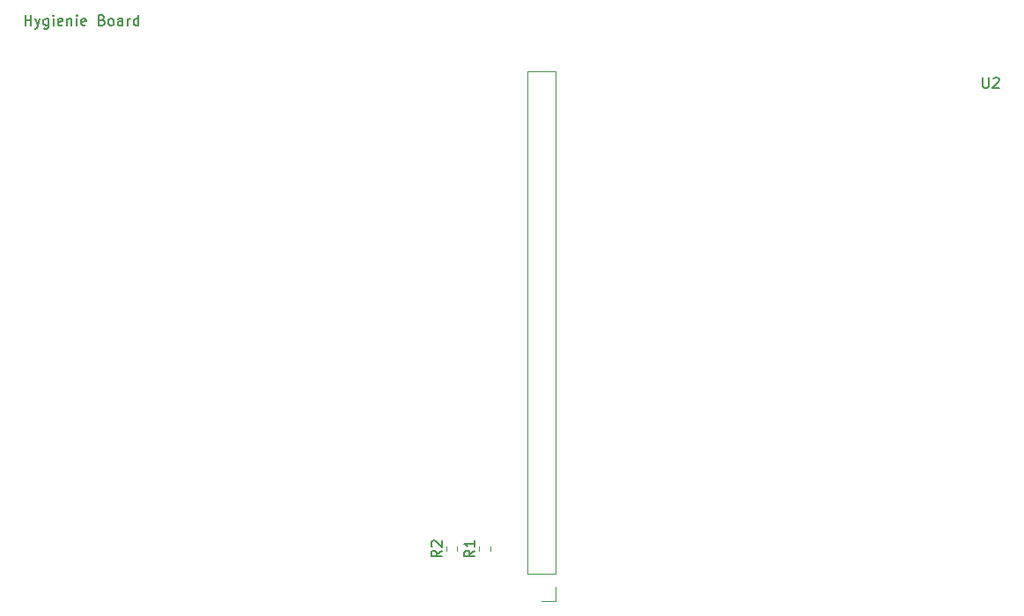
<source format=gbr>
%TF.GenerationSoftware,KiCad,Pcbnew,7.0.7*%
%TF.CreationDate,2023-09-15T15:20:15-06:00*%
%TF.ProjectId,hygienie_pcb,68796769-656e-4696-955f-7063622e6b69,rev?*%
%TF.SameCoordinates,Original*%
%TF.FileFunction,Legend,Top*%
%TF.FilePolarity,Positive*%
%FSLAX46Y46*%
G04 Gerber Fmt 4.6, Leading zero omitted, Abs format (unit mm)*
G04 Created by KiCad (PCBNEW 7.0.7) date 2023-09-15 15:20:15*
%MOMM*%
%LPD*%
G01*
G04 APERTURE LIST*
%ADD10C,0.150000*%
%ADD11C,0.120000*%
G04 APERTURE END LIST*
D10*
X81536779Y-75369819D02*
X81536779Y-74369819D01*
X81536779Y-74846009D02*
X82108207Y-74846009D01*
X82108207Y-75369819D02*
X82108207Y-74369819D01*
X82489160Y-74703152D02*
X82727255Y-75369819D01*
X82965350Y-74703152D02*
X82727255Y-75369819D01*
X82727255Y-75369819D02*
X82632017Y-75607914D01*
X82632017Y-75607914D02*
X82584398Y-75655533D01*
X82584398Y-75655533D02*
X82489160Y-75703152D01*
X83774874Y-74703152D02*
X83774874Y-75512676D01*
X83774874Y-75512676D02*
X83727255Y-75607914D01*
X83727255Y-75607914D02*
X83679636Y-75655533D01*
X83679636Y-75655533D02*
X83584398Y-75703152D01*
X83584398Y-75703152D02*
X83441541Y-75703152D01*
X83441541Y-75703152D02*
X83346303Y-75655533D01*
X83774874Y-75322200D02*
X83679636Y-75369819D01*
X83679636Y-75369819D02*
X83489160Y-75369819D01*
X83489160Y-75369819D02*
X83393922Y-75322200D01*
X83393922Y-75322200D02*
X83346303Y-75274580D01*
X83346303Y-75274580D02*
X83298684Y-75179342D01*
X83298684Y-75179342D02*
X83298684Y-74893628D01*
X83298684Y-74893628D02*
X83346303Y-74798390D01*
X83346303Y-74798390D02*
X83393922Y-74750771D01*
X83393922Y-74750771D02*
X83489160Y-74703152D01*
X83489160Y-74703152D02*
X83679636Y-74703152D01*
X83679636Y-74703152D02*
X83774874Y-74750771D01*
X84251065Y-75369819D02*
X84251065Y-74703152D01*
X84251065Y-74369819D02*
X84203446Y-74417438D01*
X84203446Y-74417438D02*
X84251065Y-74465057D01*
X84251065Y-74465057D02*
X84298684Y-74417438D01*
X84298684Y-74417438D02*
X84251065Y-74369819D01*
X84251065Y-74369819D02*
X84251065Y-74465057D01*
X85108207Y-75322200D02*
X85012969Y-75369819D01*
X85012969Y-75369819D02*
X84822493Y-75369819D01*
X84822493Y-75369819D02*
X84727255Y-75322200D01*
X84727255Y-75322200D02*
X84679636Y-75226961D01*
X84679636Y-75226961D02*
X84679636Y-74846009D01*
X84679636Y-74846009D02*
X84727255Y-74750771D01*
X84727255Y-74750771D02*
X84822493Y-74703152D01*
X84822493Y-74703152D02*
X85012969Y-74703152D01*
X85012969Y-74703152D02*
X85108207Y-74750771D01*
X85108207Y-74750771D02*
X85155826Y-74846009D01*
X85155826Y-74846009D02*
X85155826Y-74941247D01*
X85155826Y-74941247D02*
X84679636Y-75036485D01*
X85584398Y-74703152D02*
X85584398Y-75369819D01*
X85584398Y-74798390D02*
X85632017Y-74750771D01*
X85632017Y-74750771D02*
X85727255Y-74703152D01*
X85727255Y-74703152D02*
X85870112Y-74703152D01*
X85870112Y-74703152D02*
X85965350Y-74750771D01*
X85965350Y-74750771D02*
X86012969Y-74846009D01*
X86012969Y-74846009D02*
X86012969Y-75369819D01*
X86489160Y-75369819D02*
X86489160Y-74703152D01*
X86489160Y-74369819D02*
X86441541Y-74417438D01*
X86441541Y-74417438D02*
X86489160Y-74465057D01*
X86489160Y-74465057D02*
X86536779Y-74417438D01*
X86536779Y-74417438D02*
X86489160Y-74369819D01*
X86489160Y-74369819D02*
X86489160Y-74465057D01*
X87346302Y-75322200D02*
X87251064Y-75369819D01*
X87251064Y-75369819D02*
X87060588Y-75369819D01*
X87060588Y-75369819D02*
X86965350Y-75322200D01*
X86965350Y-75322200D02*
X86917731Y-75226961D01*
X86917731Y-75226961D02*
X86917731Y-74846009D01*
X86917731Y-74846009D02*
X86965350Y-74750771D01*
X86965350Y-74750771D02*
X87060588Y-74703152D01*
X87060588Y-74703152D02*
X87251064Y-74703152D01*
X87251064Y-74703152D02*
X87346302Y-74750771D01*
X87346302Y-74750771D02*
X87393921Y-74846009D01*
X87393921Y-74846009D02*
X87393921Y-74941247D01*
X87393921Y-74941247D02*
X86917731Y-75036485D01*
X88917731Y-74846009D02*
X89060588Y-74893628D01*
X89060588Y-74893628D02*
X89108207Y-74941247D01*
X89108207Y-74941247D02*
X89155826Y-75036485D01*
X89155826Y-75036485D02*
X89155826Y-75179342D01*
X89155826Y-75179342D02*
X89108207Y-75274580D01*
X89108207Y-75274580D02*
X89060588Y-75322200D01*
X89060588Y-75322200D02*
X88965350Y-75369819D01*
X88965350Y-75369819D02*
X88584398Y-75369819D01*
X88584398Y-75369819D02*
X88584398Y-74369819D01*
X88584398Y-74369819D02*
X88917731Y-74369819D01*
X88917731Y-74369819D02*
X89012969Y-74417438D01*
X89012969Y-74417438D02*
X89060588Y-74465057D01*
X89060588Y-74465057D02*
X89108207Y-74560295D01*
X89108207Y-74560295D02*
X89108207Y-74655533D01*
X89108207Y-74655533D02*
X89060588Y-74750771D01*
X89060588Y-74750771D02*
X89012969Y-74798390D01*
X89012969Y-74798390D02*
X88917731Y-74846009D01*
X88917731Y-74846009D02*
X88584398Y-74846009D01*
X89727255Y-75369819D02*
X89632017Y-75322200D01*
X89632017Y-75322200D02*
X89584398Y-75274580D01*
X89584398Y-75274580D02*
X89536779Y-75179342D01*
X89536779Y-75179342D02*
X89536779Y-74893628D01*
X89536779Y-74893628D02*
X89584398Y-74798390D01*
X89584398Y-74798390D02*
X89632017Y-74750771D01*
X89632017Y-74750771D02*
X89727255Y-74703152D01*
X89727255Y-74703152D02*
X89870112Y-74703152D01*
X89870112Y-74703152D02*
X89965350Y-74750771D01*
X89965350Y-74750771D02*
X90012969Y-74798390D01*
X90012969Y-74798390D02*
X90060588Y-74893628D01*
X90060588Y-74893628D02*
X90060588Y-75179342D01*
X90060588Y-75179342D02*
X90012969Y-75274580D01*
X90012969Y-75274580D02*
X89965350Y-75322200D01*
X89965350Y-75322200D02*
X89870112Y-75369819D01*
X89870112Y-75369819D02*
X89727255Y-75369819D01*
X90917731Y-75369819D02*
X90917731Y-74846009D01*
X90917731Y-74846009D02*
X90870112Y-74750771D01*
X90870112Y-74750771D02*
X90774874Y-74703152D01*
X90774874Y-74703152D02*
X90584398Y-74703152D01*
X90584398Y-74703152D02*
X90489160Y-74750771D01*
X90917731Y-75322200D02*
X90822493Y-75369819D01*
X90822493Y-75369819D02*
X90584398Y-75369819D01*
X90584398Y-75369819D02*
X90489160Y-75322200D01*
X90489160Y-75322200D02*
X90441541Y-75226961D01*
X90441541Y-75226961D02*
X90441541Y-75131723D01*
X90441541Y-75131723D02*
X90489160Y-75036485D01*
X90489160Y-75036485D02*
X90584398Y-74988866D01*
X90584398Y-74988866D02*
X90822493Y-74988866D01*
X90822493Y-74988866D02*
X90917731Y-74941247D01*
X91393922Y-75369819D02*
X91393922Y-74703152D01*
X91393922Y-74893628D02*
X91441541Y-74798390D01*
X91441541Y-74798390D02*
X91489160Y-74750771D01*
X91489160Y-74750771D02*
X91584398Y-74703152D01*
X91584398Y-74703152D02*
X91679636Y-74703152D01*
X92441541Y-75369819D02*
X92441541Y-74369819D01*
X92441541Y-75322200D02*
X92346303Y-75369819D01*
X92346303Y-75369819D02*
X92155827Y-75369819D01*
X92155827Y-75369819D02*
X92060589Y-75322200D01*
X92060589Y-75322200D02*
X92012970Y-75274580D01*
X92012970Y-75274580D02*
X91965351Y-75179342D01*
X91965351Y-75179342D02*
X91965351Y-74893628D01*
X91965351Y-74893628D02*
X92012970Y-74798390D01*
X92012970Y-74798390D02*
X92060589Y-74750771D01*
X92060589Y-74750771D02*
X92155827Y-74703152D01*
X92155827Y-74703152D02*
X92346303Y-74703152D01*
X92346303Y-74703152D02*
X92441541Y-74750771D01*
X121579819Y-125896666D02*
X121103628Y-126229999D01*
X121579819Y-126468094D02*
X120579819Y-126468094D01*
X120579819Y-126468094D02*
X120579819Y-126087142D01*
X120579819Y-126087142D02*
X120627438Y-125991904D01*
X120627438Y-125991904D02*
X120675057Y-125944285D01*
X120675057Y-125944285D02*
X120770295Y-125896666D01*
X120770295Y-125896666D02*
X120913152Y-125896666D01*
X120913152Y-125896666D02*
X121008390Y-125944285D01*
X121008390Y-125944285D02*
X121056009Y-125991904D01*
X121056009Y-125991904D02*
X121103628Y-126087142D01*
X121103628Y-126087142D02*
X121103628Y-126468094D01*
X120675057Y-125515713D02*
X120627438Y-125468094D01*
X120627438Y-125468094D02*
X120579819Y-125372856D01*
X120579819Y-125372856D02*
X120579819Y-125134761D01*
X120579819Y-125134761D02*
X120627438Y-125039523D01*
X120627438Y-125039523D02*
X120675057Y-124991904D01*
X120675057Y-124991904D02*
X120770295Y-124944285D01*
X120770295Y-124944285D02*
X120865533Y-124944285D01*
X120865533Y-124944285D02*
X121008390Y-124991904D01*
X121008390Y-124991904D02*
X121579819Y-125563332D01*
X121579819Y-125563332D02*
X121579819Y-124944285D01*
X124754819Y-125896666D02*
X124278628Y-126229999D01*
X124754819Y-126468094D02*
X123754819Y-126468094D01*
X123754819Y-126468094D02*
X123754819Y-126087142D01*
X123754819Y-126087142D02*
X123802438Y-125991904D01*
X123802438Y-125991904D02*
X123850057Y-125944285D01*
X123850057Y-125944285D02*
X123945295Y-125896666D01*
X123945295Y-125896666D02*
X124088152Y-125896666D01*
X124088152Y-125896666D02*
X124183390Y-125944285D01*
X124183390Y-125944285D02*
X124231009Y-125991904D01*
X124231009Y-125991904D02*
X124278628Y-126087142D01*
X124278628Y-126087142D02*
X124278628Y-126468094D01*
X124754819Y-124944285D02*
X124754819Y-125515713D01*
X124754819Y-125229999D02*
X123754819Y-125229999D01*
X123754819Y-125229999D02*
X123897676Y-125325237D01*
X123897676Y-125325237D02*
X123992914Y-125420475D01*
X123992914Y-125420475D02*
X124040533Y-125515713D01*
X173618095Y-80374819D02*
X173618095Y-81184342D01*
X173618095Y-81184342D02*
X173665714Y-81279580D01*
X173665714Y-81279580D02*
X173713333Y-81327200D01*
X173713333Y-81327200D02*
X173808571Y-81374819D01*
X173808571Y-81374819D02*
X173999047Y-81374819D01*
X173999047Y-81374819D02*
X174094285Y-81327200D01*
X174094285Y-81327200D02*
X174141904Y-81279580D01*
X174141904Y-81279580D02*
X174189523Y-81184342D01*
X174189523Y-81184342D02*
X174189523Y-80374819D01*
X174618095Y-80470057D02*
X174665714Y-80422438D01*
X174665714Y-80422438D02*
X174760952Y-80374819D01*
X174760952Y-80374819D02*
X174999047Y-80374819D01*
X174999047Y-80374819D02*
X175094285Y-80422438D01*
X175094285Y-80422438D02*
X175141904Y-80470057D01*
X175141904Y-80470057D02*
X175189523Y-80565295D01*
X175189523Y-80565295D02*
X175189523Y-80660533D01*
X175189523Y-80660533D02*
X175141904Y-80803390D01*
X175141904Y-80803390D02*
X174570476Y-81374819D01*
X174570476Y-81374819D02*
X175189523Y-81374819D01*
D11*
%TO.C,R2*%
X122032500Y-125967258D02*
X122032500Y-125492742D01*
X123077500Y-125967258D02*
X123077500Y-125492742D01*
%TO.C,R1*%
X125207500Y-125967258D02*
X125207500Y-125492742D01*
X126252500Y-125967258D02*
X126252500Y-125492742D01*
%TO.C,U2*%
X129870000Y-128120000D02*
X129870000Y-79800000D01*
X132530000Y-79800000D02*
X129870000Y-79800000D01*
X132530000Y-128120000D02*
X129870000Y-128120000D01*
X132530000Y-128120000D02*
X132530000Y-79800000D01*
X132530000Y-129390000D02*
X132530000Y-130720000D01*
X132530000Y-130720000D02*
X131200000Y-130720000D01*
%TD*%
M02*

</source>
